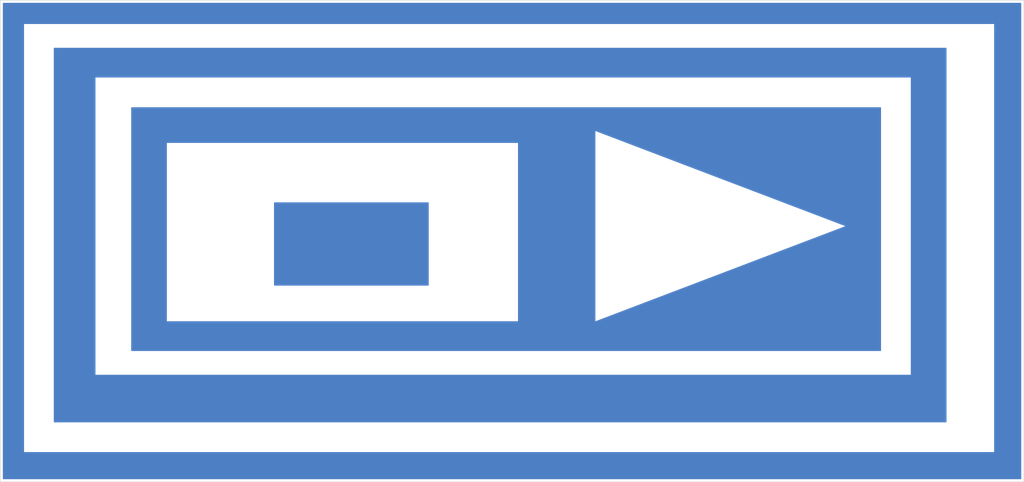
<source format=kicad_pcb>
(kicad_pcb (version 3) (host pcbnew "(2014-02-27 BZR 4722)-product")

  (general
    (links 0)
    (no_connects 0)
    (area 43.129999 53.289999 261.670001 156.260001)
    (thickness 1.6)
    (drawings 4)
    (tracks 0)
    (zones 0)
    (modules 0)
    (nets 1)
  )

  (page A4)
  (layers
    (15 F.Cu signal)
    (0 B.Cu signal)
    (16 B.Adhes user)
    (17 F.Adhes user)
    (18 B.Paste user)
    (19 F.Paste user)
    (20 B.SilkS user)
    (21 F.SilkS user)
    (22 B.Mask user)
    (23 F.Mask user)
    (24 Dwgs.User user)
    (25 Cmts.User user)
    (26 Eco1.User user)
    (27 Eco2.User user)
    (28 Edge.Cuts user)
  )

  (setup
    (last_trace_width 0.254)
    (trace_clearance 0.254)
    (zone_clearance 0.508)
    (zone_45_only no)
    (trace_min 0.254)
    (segment_width 0.2)
    (edge_width 0.1)
    (via_size 0.889)
    (via_drill 0.635)
    (via_min_size 0.889)
    (via_min_drill 0.508)
    (uvia_size 0.508)
    (uvia_drill 0.127)
    (uvias_allowed no)
    (uvia_min_size 0.508)
    (uvia_min_drill 0.127)
    (pcb_text_width 0.3)
    (pcb_text_size 1.5 1.5)
    (mod_edge_width 0.15)
    (mod_text_size 1 1)
    (mod_text_width 0.15)
    (pad_size 1.5 1.5)
    (pad_drill 0.6)
    (pad_to_mask_clearance 0)
    (aux_axis_origin 0 0)
    (visible_elements FFFFFF7F)
    (pcbplotparams
      (layerselection 3178497)
      (usegerberextensions true)
      (excludeedgelayer true)
      (linewidth 0.150000)
      (plotframeref false)
      (viasonmask false)
      (mode 1)
      (useauxorigin false)
      (hpglpennumber 1)
      (hpglpenspeed 20)
      (hpglpendiameter 15)
      (hpglpenoverlay 2)
      (psnegative false)
      (psa4output false)
      (plotreference true)
      (plotvalue true)
      (plotothertext true)
      (plotinvisibletext false)
      (padsonsilk false)
      (subtractmaskfromsilk false)
      (outputformat 1)
      (mirror false)
      (drillshape 1)
      (scaleselection 1)
      (outputdirectory ""))
  )

  (net 0 "")

  (net_class Default "Dies ist die voreingestellte Netzklasse."
    (clearance 0.254)
    (trace_width 0.254)
    (via_dia 0.889)
    (via_drill 0.635)
    (uvia_dia 0.508)
    (uvia_drill 0.127)
    (add_net "")
  )

  (gr_line (start 43.18 156.21) (end 43.18 53.34) (angle 90) (layer Edge.Cuts) (width 0.1))
  (gr_line (start 261.62 156.21) (end 43.18 156.21) (angle 90) (layer Edge.Cuts) (width 0.1))
  (gr_line (start 261.62 53.34) (end 261.62 156.21) (angle 90) (layer Edge.Cuts) (width 0.1))
  (gr_line (start 43.18 53.34) (end 261.62 53.34) (angle 90) (layer Edge.Cuts) (width 0.1))

  (zone (net 0) (net_name "") (layer B.Cu) (tstamp 53237FC8) (hatch edge 0.508)
    (connect_pads (clearance 0.508))
    (min_thickness 0.254)
    (fill (arc_segments 16) (thermal_gap 0.508) (thermal_bridge_width 0.508))
    (polygon
      (pts
        (xy 261.62 156.21) (xy 43.18 156.21) (xy 43.18 53.34) (xy 261.62 53.34)
      )
    )
    (polygon
      (pts        (xy 255.27 149.86) (xy 255.27 58.42) (xy 48.26 58.42) (xy 48.26 149.86)
      )
    )
    (filled_polygon
      (pts
        (xy 260.935 155.525) (xy 255.397 155.525) (xy 255.397 149.987) (xy 255.397 58.293) (xy 48.133 58.293)
        (xy 48.133 149.987) (xy 255.397 149.987) (xy 255.397 155.525) (xy 43.865 155.525) (xy 43.865 54.025)
        (xy 260.935 54.025) (xy 260.935 155.525)
      )
    )
  )
  (zone (net 0) (net_name "") (layer B.Cu) (tstamp 532380F0) (hatch edge 0.508)
    (connect_pads (clearance 0.508))
    (min_thickness 0.254)
    (fill (arc_segments 16) (thermal_gap 0.508) (thermal_bridge_width 0.508))
    (polygon
      (pts
        (xy 245.11 143.51) (xy 54.61 143.51) (xy 54.61 63.5) (xy 245.11 63.5)
      )
    )
    (polygon
      (pts        (xy 237.49 133.35) (xy 237.49 69.85) (xy 63.5 69.85) (xy 63.5 133.35)
      )
    )
    (filled_polygon
      (pts
        (xy 244.983 143.383) (xy 237.617 143.383) (xy 237.617 133.477) (xy 237.617 69.723) (xy 63.373 69.723)
        (xy 63.373 133.477) (xy 237.617 133.477) (xy 237.617 143.383) (xy 237.49 143.383) (xy 54.737 143.383)
        (xy 54.737 63.627) (xy 244.983 63.627) (xy 244.983 143.383)
      )
    )
  )
  (zone (net 0) (net_name "") (layer B.Cu) (tstamp 5323826A) (hatch edge 0.508)
    (connect_pads (clearance 0.508))
    (min_thickness 0.254)
    (fill (arc_segments 16) (thermal_gap 0.508) (thermal_bridge_width 0.508))
    (polygon
      (pts
        (xy 231.14 128.27) (xy 71.12 128.27) (xy 71.12 76.2) (xy 231.14 76.2)
      )
    )
    (polygon
      (pts        (xy 153.67 121.92) (xy 153.67 83.82) (xy 78.74 83.82) (xy 78.74 121.92)
      )
    )
    (polygon
      (pts        (xy 223.52 101.6) (xy 170.18 81.28) (xy 170.18 121.92)
      )
    )
    (filled_polygon
      (pts
        (xy 231.013 128.143) (xy 223.876746 128.143) (xy 223.876746 101.6) (xy 170.053 81.095716) (xy 170.053 122.104284)
        (xy 223.876746 101.6) (xy 223.876746 128.143) (xy 223.52 128.143) (xy 153.797 128.143) (xy 153.797 122.047)
        (xy 153.797 83.693) (xy 78.613 83.693) (xy 78.613 122.047) (xy 153.797 122.047) (xy 153.797 128.143)
        (xy 153.67 128.143) (xy 71.247 128.143) (xy 71.247 76.327) (xy 231.013 76.327) (xy 231.013 128.143)
      )
    )
  )
  (zone (net 0) (net_name "") (layer B.Cu) (tstamp 53238303) (hatch edge 0.508)
    (connect_pads (clearance 0.508))
    (min_thickness 0.254)
    (fill (arc_segments 16) (thermal_gap 0.508) (thermal_bridge_width 0.508))
    (polygon
      (pts
        (xy 134.62 114.3) (xy 101.6 114.3) (xy 101.6 96.52) (xy 134.62 96.52)
      )
    )
    (filled_polygon
      (pts
        (xy 134.493 114.173) (xy 101.727 114.173) (xy 101.727 96.647) (xy 134.493 96.647) (xy 134.493 114.173)
      )
    )
  )
)

</source>
